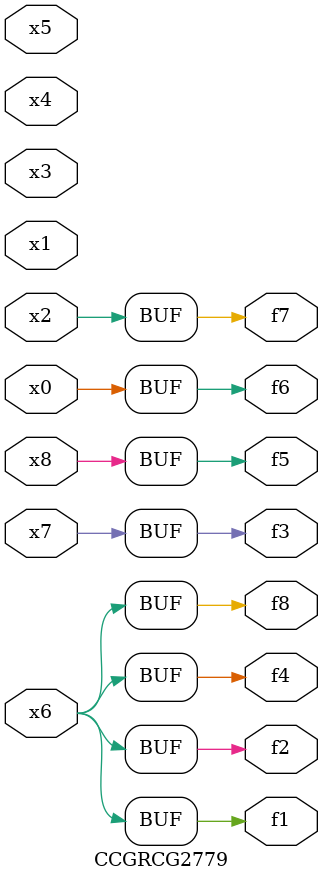
<source format=v>
module CCGRCG2779(
	input x0, x1, x2, x3, x4, x5, x6, x7, x8,
	output f1, f2, f3, f4, f5, f6, f7, f8
);
	assign f1 = x6;
	assign f2 = x6;
	assign f3 = x7;
	assign f4 = x6;
	assign f5 = x8;
	assign f6 = x0;
	assign f7 = x2;
	assign f8 = x6;
endmodule

</source>
